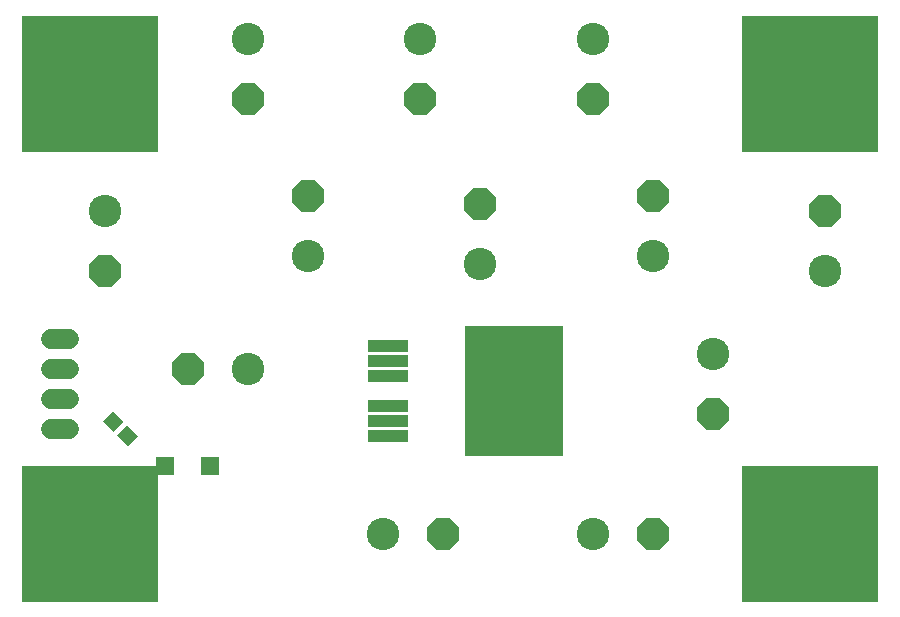
<source format=gts>
G75*
%MOIN*%
%OFA0B0*%
%FSLAX25Y25*%
%IPPOS*%
%LPD*%
%AMOC8*
5,1,8,0,0,1.08239X$1,22.5*
%
%ADD10R,0.06312X0.06312*%
%ADD11R,0.05131X0.04737*%
%ADD12C,0.10800*%
%ADD13OC8,0.10800*%
%ADD14R,0.13398X0.04343*%
%ADD15R,0.32887X0.43320*%
%ADD16C,0.06800*%
%ADD17R,0.45800X0.45800*%
D10*
X0052320Y0060330D03*
X0067280Y0060330D03*
D11*
G36*
X0039805Y0066976D02*
X0036178Y0070603D01*
X0039527Y0073952D01*
X0043154Y0070325D01*
X0039805Y0066976D01*
G37*
G36*
X0035073Y0071709D02*
X0031446Y0075336D01*
X0034795Y0078685D01*
X0038422Y0075058D01*
X0035073Y0071709D01*
G37*
D12*
X0079800Y0092830D03*
X0099800Y0130330D03*
X0157300Y0127830D03*
X0214800Y0130330D03*
X0234800Y0097830D03*
X0272300Y0125330D03*
X0194800Y0202830D03*
X0137300Y0202830D03*
X0079800Y0202830D03*
X0032300Y0145330D03*
X0124800Y0037830D03*
X0194800Y0037830D03*
D13*
X0214800Y0037830D03*
X0234800Y0077830D03*
X0144800Y0037830D03*
X0059800Y0092830D03*
X0032300Y0125330D03*
X0099800Y0150330D03*
X0079800Y0182830D03*
X0137300Y0182830D03*
X0157300Y0147830D03*
X0194800Y0182830D03*
X0214800Y0150330D03*
X0272300Y0145330D03*
D14*
X0126473Y0100330D03*
X0126473Y0095330D03*
X0126473Y0090330D03*
X0126473Y0080330D03*
X0126473Y0075330D03*
X0126473Y0070330D03*
D15*
X0168442Y0085330D03*
D16*
X0020300Y0082830D02*
X0014300Y0082830D01*
X0014300Y0092830D02*
X0020300Y0092830D01*
X0020300Y0102830D02*
X0014300Y0102830D01*
X0014300Y0072830D02*
X0020300Y0072830D01*
D17*
X0027300Y0037830D03*
X0027300Y0187830D03*
X0267300Y0187830D03*
X0267300Y0037830D03*
M02*

</source>
